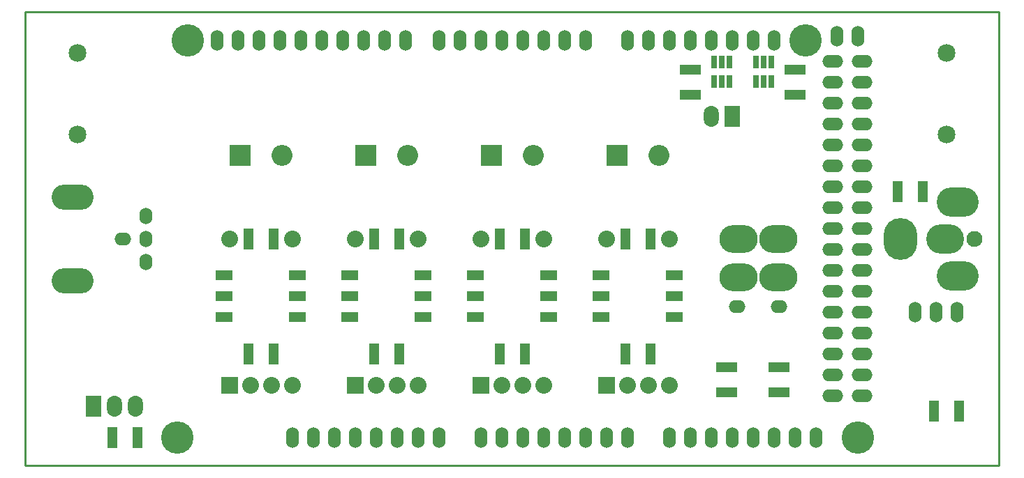
<source format=gbs>
G04 #@! TF.FileFunction,Soldermask,Bot*
%FSLAX46Y46*%
G04 Gerber Fmt 4.6, Leading zero omitted, Abs format (unit mm)*
G04 Created by KiCad (PCBNEW 0.201601280801+6517~42~ubuntu14.04.1-product) date Tue 09 Feb 2016 11:09:55 AM EST*
%MOMM*%
G01*
G04 APERTURE LIST*
%ADD10C,0.100000*%
%ADD11C,0.228600*%
%ADD12O,1.854200X2.540000*%
%ADD13R,1.854200X2.540000*%
%ADD14R,0.762000X1.534160*%
%ADD15R,1.270000X2.540000*%
%ADD16R,2.540000X1.270000*%
%ADD17C,1.930400*%
%ADD18O,4.572000X3.556000*%
%ADD19O,4.064000X5.080000*%
%ADD20O,5.080000X3.556000*%
%ADD21O,1.524000X2.540000*%
%ADD22C,3.937000*%
%ADD23O,2.540000X1.524000*%
%ADD24O,5.080000X3.048000*%
%ADD25O,2.032000X1.524000*%
%ADD26O,1.524000X2.032000*%
%ADD27O,4.648200X3.378200*%
%ADD28R,2.540000X2.540000*%
%ADD29O,2.540000X2.540000*%
%ADD30R,2.032000X2.032000*%
%ADD31C,2.032000*%
%ADD32R,2.032000X1.270000*%
%ADD33C,2.159000*%
G04 APERTURE END LIST*
D10*
D11*
X211455000Y-75311000D02*
X93345000Y-75311000D01*
X211455000Y-130429000D02*
X211455000Y-75311000D01*
X93345000Y-130429000D02*
X211455000Y-130429000D01*
X93345000Y-75311000D02*
X93345000Y-130429000D01*
D12*
X104140000Y-123190000D03*
X106680000Y-123190000D03*
D13*
X101600000Y-123190000D03*
D14*
X178749960Y-83748880D03*
X177800000Y-83748880D03*
X176850040Y-83748880D03*
X176850040Y-81351120D03*
X177800000Y-81351120D03*
X178749960Y-81351120D03*
X183829960Y-83748880D03*
X182880000Y-83748880D03*
X181930040Y-83748880D03*
X181930040Y-81351120D03*
X182880000Y-81351120D03*
X183829960Y-81351120D03*
D15*
X135636000Y-116840000D03*
X138684000Y-116840000D03*
D16*
X178435000Y-118491000D03*
X178435000Y-121539000D03*
X184785000Y-121539000D03*
X184785000Y-118491000D03*
D15*
X120396000Y-102870000D03*
X123444000Y-102870000D03*
D16*
X186690000Y-82296000D03*
X186690000Y-85344000D03*
X173990000Y-82296000D03*
X173990000Y-85344000D03*
D15*
X106934000Y-127000000D03*
X103886000Y-127000000D03*
X206629000Y-123825000D03*
X203581000Y-123825000D03*
X199136000Y-97155000D03*
X202184000Y-97155000D03*
D17*
X208457800Y-102870000D03*
D18*
X204952600Y-102870000D03*
D19*
X199466200Y-102870000D03*
D20*
X206451200Y-98374200D03*
X206451200Y-107365800D03*
D21*
X203835000Y-111760000D03*
X206375000Y-111760000D03*
X201295000Y-111760000D03*
D15*
X150876000Y-116840000D03*
X153924000Y-116840000D03*
D22*
X111760000Y-127000000D03*
X113030000Y-78740000D03*
X194310000Y-127000000D03*
X187960000Y-78740000D03*
D21*
X125730000Y-127000000D03*
X128270000Y-127000000D03*
X130810000Y-127000000D03*
X133350000Y-127000000D03*
X135890000Y-127000000D03*
X138430000Y-127000000D03*
X140970000Y-127000000D03*
X143510000Y-127000000D03*
X148590000Y-127000000D03*
X151130000Y-127000000D03*
X153670000Y-127000000D03*
X156210000Y-127000000D03*
X158750000Y-127000000D03*
X161290000Y-127000000D03*
X163830000Y-127000000D03*
X166370000Y-127000000D03*
X171450000Y-127000000D03*
X173990000Y-127000000D03*
X176530000Y-127000000D03*
X179070000Y-127000000D03*
X181610000Y-127000000D03*
X184150000Y-127000000D03*
X186690000Y-127000000D03*
X189230000Y-127000000D03*
X116586000Y-78740000D03*
X119126000Y-78740000D03*
X121666000Y-78740000D03*
X124206000Y-78740000D03*
X126746000Y-78740000D03*
X129286000Y-78740000D03*
X131826000Y-78740000D03*
X134366000Y-78740000D03*
X136906000Y-78740000D03*
X139446000Y-78740000D03*
X143510000Y-78740000D03*
X161290000Y-78740000D03*
X158750000Y-78740000D03*
X156210000Y-78740000D03*
X153670000Y-78740000D03*
X151130000Y-78740000D03*
X148590000Y-78740000D03*
X146050000Y-78740000D03*
X166370000Y-78740000D03*
X168910000Y-78740000D03*
X171450000Y-78740000D03*
X173990000Y-78740000D03*
X176530000Y-78740000D03*
X179070000Y-78740000D03*
X181610000Y-78740000D03*
X184150000Y-78740000D03*
X191770000Y-78232000D03*
X194310000Y-78232000D03*
D23*
X191262000Y-81280000D03*
X194818000Y-81280000D03*
X191262000Y-83820000D03*
X194818000Y-83820000D03*
X191262000Y-86360000D03*
X194818000Y-86360000D03*
X191262000Y-88900000D03*
X194818000Y-88900000D03*
X191262000Y-91440000D03*
X194818000Y-91440000D03*
X191262000Y-93980000D03*
X194818000Y-93980000D03*
X191262000Y-96520000D03*
X194818000Y-96520000D03*
X191262000Y-99060000D03*
X194818000Y-99060000D03*
X191262000Y-101600000D03*
X194818000Y-101600000D03*
X191262000Y-104140000D03*
X194818000Y-104140000D03*
X191262000Y-106680000D03*
X194818000Y-106680000D03*
X191262000Y-109220000D03*
X194818000Y-109220000D03*
X191262000Y-111760000D03*
X194818000Y-111760000D03*
X191262000Y-114300000D03*
X194818000Y-114300000D03*
X191262000Y-116840000D03*
X194818000Y-116840000D03*
X191262000Y-119380000D03*
X194818000Y-119380000D03*
X191262000Y-121920000D03*
X194818000Y-121920000D03*
D15*
X135636000Y-102870000D03*
X138684000Y-102870000D03*
X150876000Y-102870000D03*
X153924000Y-102870000D03*
D12*
X176530000Y-88011000D03*
D13*
X179070000Y-88011000D03*
D24*
X99060000Y-107950000D03*
X99060000Y-97790000D03*
D25*
X105156000Y-102870000D03*
D26*
X107950000Y-102870000D03*
X107950000Y-100076000D03*
X107950000Y-105664000D03*
D27*
X179844700Y-107569000D03*
X179844700Y-102870000D03*
X184645300Y-102870000D03*
X184645300Y-107569000D03*
D25*
X184785000Y-111125000D03*
X179705000Y-111125000D03*
D15*
X120396000Y-116840000D03*
X123444000Y-116840000D03*
X166116000Y-102870000D03*
X169164000Y-102870000D03*
X166116000Y-116840000D03*
X169164000Y-116840000D03*
D28*
X119380000Y-92710000D03*
D29*
X124460000Y-92710000D03*
D28*
X134620000Y-92710000D03*
D29*
X139700000Y-92710000D03*
D28*
X149860000Y-92710000D03*
D29*
X154940000Y-92710000D03*
D28*
X165100000Y-92710000D03*
D29*
X170180000Y-92710000D03*
D30*
X163830000Y-120650000D03*
D31*
X166370000Y-120650000D03*
X168910000Y-120650000D03*
X171450000Y-120650000D03*
X171450000Y-102870000D03*
X163830000Y-102870000D03*
D30*
X148590000Y-120650000D03*
D31*
X151130000Y-120650000D03*
X153670000Y-120650000D03*
X156210000Y-120650000D03*
X156210000Y-102870000D03*
X148590000Y-102870000D03*
D30*
X133350000Y-120650000D03*
D31*
X135890000Y-120650000D03*
X138430000Y-120650000D03*
X140970000Y-120650000D03*
X140970000Y-102870000D03*
X133350000Y-102870000D03*
D30*
X118110000Y-120650000D03*
D31*
X120650000Y-120650000D03*
X123190000Y-120650000D03*
X125730000Y-120650000D03*
X125730000Y-102870000D03*
X118110000Y-102870000D03*
D32*
X126365000Y-107315000D03*
X126365000Y-109855000D03*
X126365000Y-112395000D03*
X117475000Y-112395000D03*
X117475000Y-109855000D03*
X117475000Y-107315000D03*
X141605000Y-107315000D03*
X141605000Y-109855000D03*
X141605000Y-112395000D03*
X132715000Y-112395000D03*
X132715000Y-109855000D03*
X132715000Y-107315000D03*
X156845000Y-107315000D03*
X156845000Y-109855000D03*
X156845000Y-112395000D03*
X147955000Y-112395000D03*
X147955000Y-109855000D03*
X147955000Y-107315000D03*
X172085000Y-107315000D03*
X172085000Y-109855000D03*
X172085000Y-112395000D03*
X163195000Y-112395000D03*
X163195000Y-109855000D03*
X163195000Y-107315000D03*
D33*
X205105000Y-80264000D03*
X205105000Y-90170000D03*
X99695000Y-90170000D03*
X99695000Y-80264000D03*
M02*

</source>
